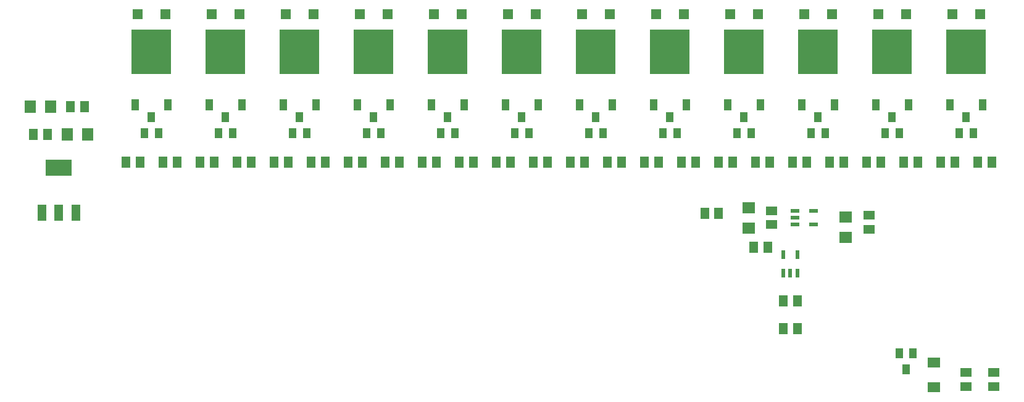
<source format=gtp>
G75*
%MOIN*%
%OFA0B0*%
%FSLAX24Y24*%
%IPPOS*%
%LPD*%
%AMOC8*
5,1,8,0,0,1.08239X$1,22.5*
%
%ADD10R,0.0591X0.0512*%
%ADD11R,0.0394X0.0551*%
%ADD12R,0.0709X0.0551*%
%ADD13R,0.0480X0.0880*%
%ADD14R,0.1417X0.0866*%
%ADD15R,0.0630X0.0709*%
%ADD16R,0.0512X0.0591*%
%ADD17R,0.0217X0.0472*%
%ADD18R,0.0551X0.0551*%
%ADD19R,0.0472X0.0217*%
%ADD20R,0.0709X0.0630*%
%ADD21R,0.2126X0.2441*%
%ADD22R,0.0394X0.0630*%
D10*
X041180Y011806D03*
X041180Y012554D03*
X046430Y012304D03*
X046430Y011556D03*
X051680Y003804D03*
X051680Y003056D03*
X053180Y003056D03*
X053180Y003804D03*
D11*
X048804Y004863D03*
X048056Y004863D03*
X048430Y003997D03*
X048054Y016747D03*
X047306Y016747D03*
X047680Y017613D03*
X044054Y016747D03*
X043306Y016747D03*
X043680Y017613D03*
X040054Y016747D03*
X039306Y016747D03*
X039680Y017613D03*
X036054Y016747D03*
X035306Y016747D03*
X035680Y017613D03*
X032054Y016747D03*
X031306Y016747D03*
X031680Y017613D03*
X028054Y016747D03*
X027306Y016747D03*
X027680Y017613D03*
X024054Y016747D03*
X023306Y016747D03*
X023680Y017613D03*
X020054Y016747D03*
X019306Y016747D03*
X019680Y017613D03*
X016054Y016747D03*
X015306Y016747D03*
X015680Y017613D03*
X012054Y016747D03*
X011306Y016747D03*
X011680Y017613D03*
X008054Y016747D03*
X007306Y016747D03*
X007680Y017613D03*
X051306Y016747D03*
X052054Y016747D03*
X051680Y017613D03*
D12*
X049930Y004349D03*
X049930Y003011D03*
D13*
X001770Y012460D03*
X002680Y012460D03*
X003590Y012460D03*
D14*
X002680Y014900D03*
D15*
X003129Y016680D03*
X004231Y016680D03*
X002231Y018180D03*
X001129Y018180D03*
D16*
X003306Y018180D03*
X004054Y018180D03*
X002054Y016680D03*
X001306Y016680D03*
X006306Y015180D03*
X007054Y015180D03*
X008306Y015180D03*
X009054Y015180D03*
X010306Y015180D03*
X011054Y015180D03*
X012306Y015180D03*
X013054Y015180D03*
X014306Y015180D03*
X015054Y015180D03*
X016306Y015180D03*
X017054Y015180D03*
X018306Y015180D03*
X019054Y015180D03*
X020306Y015180D03*
X021054Y015180D03*
X022306Y015180D03*
X023054Y015180D03*
X024306Y015180D03*
X025054Y015180D03*
X026306Y015180D03*
X027054Y015180D03*
X028306Y015180D03*
X029054Y015180D03*
X030306Y015180D03*
X031054Y015180D03*
X032306Y015180D03*
X033054Y015180D03*
X034306Y015180D03*
X035054Y015180D03*
X036306Y015180D03*
X037054Y015180D03*
X038306Y015180D03*
X039054Y015180D03*
X040306Y015180D03*
X041054Y015180D03*
X042306Y015180D03*
X043054Y015180D03*
X044306Y015180D03*
X045054Y015180D03*
X046306Y015180D03*
X047054Y015180D03*
X048306Y015180D03*
X049054Y015180D03*
X050306Y015180D03*
X051054Y015180D03*
X052306Y015180D03*
X053054Y015180D03*
X040956Y010574D03*
X040208Y010574D03*
X038304Y012430D03*
X037556Y012430D03*
X041806Y007680D03*
X042554Y007680D03*
X042554Y006180D03*
X041806Y006180D03*
D17*
X041806Y009168D03*
X042180Y009168D03*
X042554Y009168D03*
X042554Y010192D03*
X041806Y010192D03*
D18*
X042932Y023180D03*
X044428Y023180D03*
X046932Y023180D03*
X048428Y023180D03*
X050932Y023180D03*
X052428Y023180D03*
X040428Y023180D03*
X038932Y023180D03*
X036428Y023180D03*
X034932Y023180D03*
X032428Y023180D03*
X030932Y023180D03*
X028428Y023180D03*
X026932Y023180D03*
X024428Y023180D03*
X022932Y023180D03*
X020428Y023180D03*
X018932Y023180D03*
X016428Y023180D03*
X014932Y023180D03*
X012428Y023180D03*
X010932Y023180D03*
X008428Y023180D03*
X006932Y023180D03*
D19*
X042418Y012554D03*
X042418Y012180D03*
X042418Y011806D03*
X043442Y011806D03*
X043442Y012554D03*
D20*
X045180Y012231D03*
X045180Y011129D03*
X039930Y011629D03*
X039930Y012731D03*
D21*
X039680Y021164D03*
X035680Y021164D03*
X031680Y021164D03*
X027680Y021164D03*
X023680Y021164D03*
X019680Y021164D03*
X015680Y021164D03*
X011680Y021164D03*
X007680Y021164D03*
X043680Y021164D03*
X047680Y021164D03*
X051680Y021164D03*
D22*
X050782Y018290D03*
X052578Y018290D03*
X048578Y018290D03*
X046782Y018290D03*
X044578Y018290D03*
X042782Y018290D03*
X040578Y018290D03*
X038782Y018290D03*
X036578Y018290D03*
X034782Y018290D03*
X032578Y018290D03*
X030782Y018290D03*
X028578Y018290D03*
X026782Y018290D03*
X024578Y018290D03*
X022782Y018290D03*
X020578Y018290D03*
X018782Y018290D03*
X016578Y018290D03*
X014782Y018290D03*
X012578Y018290D03*
X010782Y018290D03*
X008578Y018290D03*
X006782Y018290D03*
M02*

</source>
